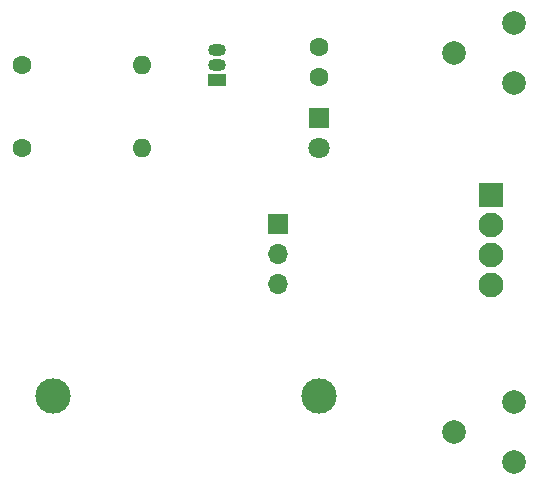
<source format=gbr>
%TF.GenerationSoftware,KiCad,Pcbnew,8.0.4*%
%TF.CreationDate,2024-08-25T13:27:35-07:00*%
%TF.ProjectId,EuroVan interior LED controller,4575726f-5661-46e2-9069-6e746572696f,rev?*%
%TF.SameCoordinates,Original*%
%TF.FileFunction,Soldermask,Top*%
%TF.FilePolarity,Negative*%
%FSLAX46Y46*%
G04 Gerber Fmt 4.6, Leading zero omitted, Abs format (unit mm)*
G04 Created by KiCad (PCBNEW 8.0.4) date 2024-08-25 13:27:35*
%MOMM*%
%LPD*%
G01*
G04 APERTURE LIST*
%ADD10C,1.600000*%
%ADD11O,1.600000X1.600000*%
%ADD12C,2.000000*%
%ADD13R,1.700000X1.700000*%
%ADD14O,1.700000X1.700000*%
%ADD15C,2.100000*%
%ADD16R,2.100000X2.100000*%
%ADD17C,3.000000*%
%ADD18O,1.500000X1.050000*%
%ADD19R,1.500000X1.050000*%
%ADD20C,1.800000*%
%ADD21R,1.800000X1.800000*%
G04 APERTURE END LIST*
D10*
%TO.C,R3*%
X145000000Y-107000000D03*
X145000000Y-104460000D03*
%TD*%
D11*
%TO.C,R1*%
X130000000Y-106000000D03*
D10*
X119840000Y-106000000D03*
%TD*%
D12*
%TO.C,TP1*%
X161500000Y-134500000D03*
X156420000Y-137040000D03*
X161500000Y-139580000D03*
%TD*%
%TO.C,TP2*%
X161500000Y-102420000D03*
X156420000Y-104960000D03*
X161500000Y-107500000D03*
%TD*%
D13*
%TO.C,SW1*%
X141500000Y-119475000D03*
D14*
X141500000Y-122015000D03*
X141500000Y-124555000D03*
%TD*%
D15*
%TO.C,J1*%
X159500000Y-124620000D03*
X159500000Y-122080000D03*
X159500000Y-119540000D03*
D16*
X159500000Y-117000000D03*
%TD*%
D17*
%TO.C,F1*%
X145000000Y-134000000D03*
X122400000Y-134000000D03*
%TD*%
D10*
%TO.C,R2*%
X119840000Y-113000000D03*
D11*
X130000000Y-113000000D03*
%TD*%
D18*
%TO.C,Q1*%
X136360000Y-104730000D03*
X136360000Y-106000000D03*
D19*
X136360000Y-107270000D03*
%TD*%
D20*
%TO.C,D1*%
X145000000Y-113040000D03*
D21*
X145000000Y-110500000D03*
%TD*%
M02*

</source>
